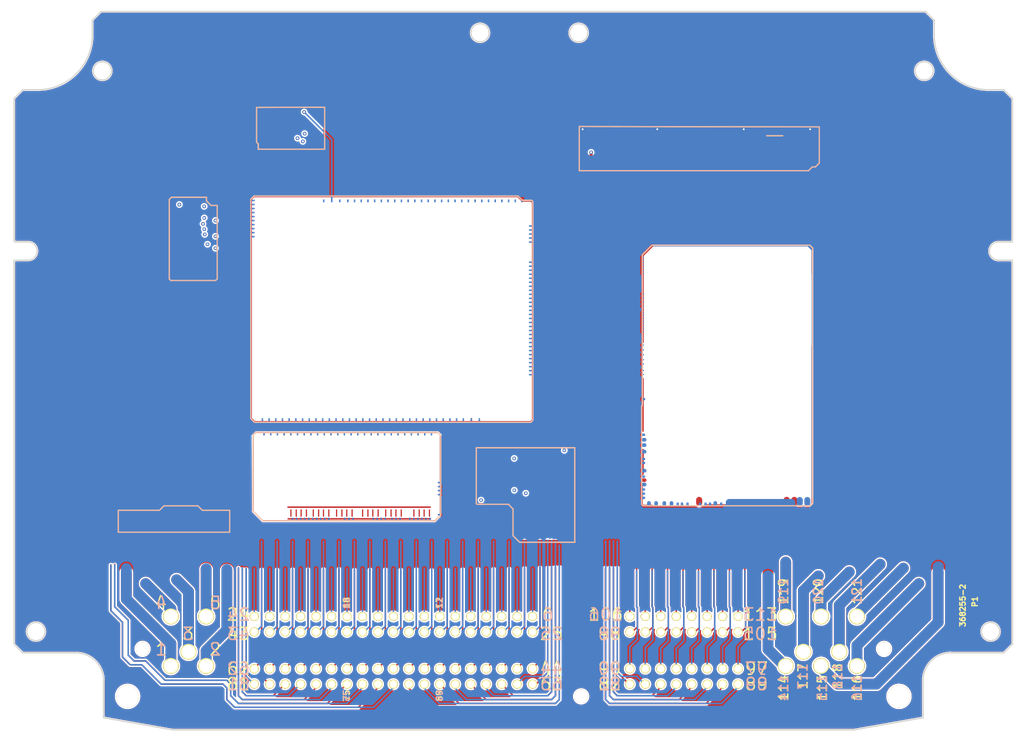
<source format=kicad_pcb>
(kicad_pcb (version 20210126) (generator pcbnew)
  (title_block (title "Hellen121vag") (date "2021-02-02") (rev "a") (company "andreika @ rusEFI.com"))
  (layers (0 "F.Cu" signal) (31 "B.Cu" signal) (34 "B.Paste" user) (35 "F.Paste" user) (36 "B.SilkS" user "B.Silkscreen") (37 "F.SilkS" user "F.Silkscreen") (38 "B.Mask" user) (39 "F.Mask" user) (44 "Edge.Cuts" user))
  (net 0 "")
  (net 1 "+5V")
  (net 2 "/CAN_VIO")
  (net 3 "/CAN_TX")
  (net 4 "+12V")
  (net 7 "+3V3")
  (net 8 "/IGN8")
  (net 9 "GND")
  (net 10 "unconnected-(P1-Pad121)")
  (net 11 "unconnected-(P1-Pad120)")
  (net 12 "unconnected-(P1-Pad119)")
  (net 13 "unconnected-(P1-Pad118)")
  (net 14 "unconnected-(P1-Pad117)")
  (net 15 "unconnected-(P1-Pad116)")
  (net 16 "unconnected-(P1-Pad115)")
  (net 17 "unconnected-(P1-Pad114)")
  (net 18 "unconnected-(P1-Pad113)")
  (net 19 "unconnected-(P1-Pad112)")
  (net 20 "unconnected-(P1-Pad111)")
  (net 21 "unconnected-(P1-Pad110)")
  (net 22 "unconnected-(P1-Pad109)")
  (net 23 "unconnected-(P1-Pad108)")
  (net 24 "unconnected-(P1-Pad107)")
  (net 25 "unconnected-(P1-Pad106)")
  (net 26 "unconnected-(P1-Pad105)")
  (net 27 "unconnected-(P1-Pad104)")
  (net 28 "unconnected-(P1-Pad103)")
  (net 29 "unconnected-(P1-Pad102)")
  (net 30 "unconnected-(P1-Pad101)")
  (net 31 "unconnected-(P1-Pad100)")
  (net 32 "unconnected-(P1-Pad99)")
  (net 33 "unconnected-(P1-Pad98)")
  (net 34 "unconnected-(P1-Pad97)")
  (net 35 "unconnected-(P1-Pad96)")
  (net 36 "unconnected-(P1-Pad95)")
  (net 37 "unconnected-(P1-Pad94)")
  (net 38 "unconnected-(P1-Pad93)")
  (net 39 "unconnected-(P1-Pad92)")
  (net 40 "unconnected-(P1-Pad91)")
  (net 41 "unconnected-(P1-Pad90)")
  (net 42 "unconnected-(P1-Pad89)")
  (net 43 "unconnected-(P1-Pad88)")
  (net 44 "unconnected-(P1-Pad87)")
  (net 45 "unconnected-(P1-Pad86)")
  (net 46 "unconnected-(P1-Pad85)")
  (net 47 "unconnected-(P1-Pad84)")
  (net 48 "unconnected-(P1-Pad83)")
  (net 49 "unconnected-(P1-Pad82)")
  (net 50 "unconnected-(P1-Pad81)")
  (net 51 "unconnected-(P1-Pad80)")
  (net 52 "unconnected-(P1-Pad79)")
  (net 53 "unconnected-(P1-Pad78)")
  (net 54 "unconnected-(P1-Pad77)")
  (net 55 "unconnected-(P1-Pad76)")
  (net 56 "unconnected-(P1-Pad75)")
  (net 57 "unconnected-(P1-Pad74)")
  (net 58 "unconnected-(P1-Pad73)")
  (net 59 "unconnected-(P1-Pad72)")
  (net 60 "unconnected-(P1-Pad71)")
  (net 61 "unconnected-(P1-Pad70)")
  (net 62 "unconnected-(P1-Pad69)")
  (net 63 "unconnected-(P1-Pad68)")
  (net 64 "unconnected-(P1-Pad67)")
  (net 65 "unconnected-(P1-Pad66)")
  (net 66 "unconnected-(P1-Pad65)")
  (net 67 "unconnected-(P1-Pad64)")
  (net 68 "unconnected-(P1-Pad63)")
  (net 69 "unconnected-(P1-Pad62)")
  (net 70 "unconnected-(P1-Pad61)")
  (net 71 "unconnected-(P1-Pad60)")
  (net 72 "unconnected-(P1-Pad59)")
  (net 73 "unconnected-(P1-Pad58)")
  (net 74 "unconnected-(P1-Pad57)")
  (net 75 "unconnected-(P1-Pad56)")
  (net 76 "unconnected-(P1-Pad55)")
  (net 77 "unconnected-(P1-Pad54)")
  (net 78 "unconnected-(P1-Pad53)")
  (net 79 "unconnected-(P1-Pad52)")
  (net 80 "unconnected-(P1-Pad51)")
  (net 81 "unconnected-(P1-Pad50)")
  (net 82 "unconnected-(P1-Pad49)")
  (net 83 "unconnected-(P1-Pad48)")
  (net 84 "unconnected-(P1-Pad47)")
  (net 85 "unconnected-(P1-Pad46)")
  (net 86 "unconnected-(P1-Pad45)")
  (net 87 "unconnected-(P1-Pad44)")
  (net 88 "unconnected-(P1-Pad43)")
  (net 89 "unconnected-(P1-Pad42)")
  (net 90 "unconnected-(P1-Pad41)")
  (net 91 "unconnected-(P1-Pad40)")
  (net 92 "unconnected-(P1-Pad39)")
  (net 93 "unconnected-(P1-Pad38)")
  (net 94 "unconnected-(P1-Pad37)")
  (net 95 "unconnected-(P1-Pad36)")
  (net 96 "unconnected-(P1-Pad35)")
  (net 97 "unconnected-(P1-Pad34)")
  (net 98 "unconnected-(P1-Pad33)")
  (net 99 "unconnected-(P1-Pad32)")
  (net 100 "unconnected-(P1-Pad31)")
  (net 101 "unconnected-(P1-Pad30)")
  (net 102 "unconnected-(P1-Pad29)")
  (net 103 "unconnected-(P1-Pad28)")
  (net 104 "unconnected-(P1-Pad27)")
  (net 105 "unconnected-(P1-Pad26)")
  (net 106 "unconnected-(P1-Pad25)")
  (net 107 "unconnected-(P1-Pad24)")
  (net 108 "unconnected-(P1-Pad23)")
  (net 109 "unconnected-(P1-Pad22)")
  (net 110 "unconnected-(P1-Pad21)")
  (net 111 "unconnected-(P1-Pad20)")
  (net 112 "unconnected-(P1-Pad19)")
  (net 113 "unconnected-(P1-Pad18)")
  (net 114 "unconnected-(P1-Pad17)")
  (net 115 "unconnected-(P1-Pad16)")
  (net 116 "unconnected-(P1-Pad15)")
  (net 117 "unconnected-(P1-Pad14)")
  (net 118 "unconnected-(P1-Pad13)")
  (net 119 "unconnected-(P1-Pad12)")
  (net 120 "unconnected-(P1-Pad11)")
  (net 121 "unconnected-(P1-Pad10)")
  (net 122 "unconnected-(P1-Pad9)")
  (net 123 "unconnected-(P1-Pad8)")
  (net 124 "unconnected-(P1-Pad7)")
  (net 125 "unconnected-(P1-Pad6)")
  (net 126 "unconnected-(P1-Pad5)")
  (net 127 "unconnected-(P1-Pad4)")
  (net 128 "unconnected-(P1-Pad3)")
  (net 129 "unconnected-(P1-Pad2)")
  (net 130 "unconnected-(P1-Pad1)")
  (net 131 "/IGN1")
  (net 132 "/IGN7")
  (net 133 "/IGN6")
  (net 134 "/IGN3")
  (net 135 "/IGN2")
  (net 136 "GNDA")
  (net 137 "/VIGN")
  (net 138 "/VBAT")
  (net 139 "/IGN4")
  (net 140 "/IGN5")
  (net 375 "/CAN_RX")
  (footprint "hellen121vag:368255-2" (layer "F.Cu") (at 60.198 32.893)
    (fp_text reference "P1")
    (fp_text value "368255-2")
  )
  (footprint "hellen-one-mcu-0.1:mcu" (layer "F.Cu") (at 84.5 59.95)
    (fp_text reference "M3" hide)
    (fp_text value "Module-mcu-0.1" hide)
  )
  (footprint "hellen-one-can-0.1:can" (layer "F.Cu") (at 85.425 15.1)
    (fp_text reference "M1" hide)
    (fp_text value "Module-can-0.1" hide)
  )
  (footprint "hellen-one-ign8-0.1:ign8" (layer "F.Cu") (at 71.175 36.675)
    (fp_text reference "M7" hide)
    (fp_text value "Module-ign8-0.1" hide)
  )
  (footprint "hellen-one-input-0.1:input" (layer "F.Cu") (at 84.875 76.125)
    (fp_text reference "M4" hide)
    (fp_text value "Module-input-0.1" hide)
  )
  (footprint "hellen-one-output-0.1:output" (layer "F.Cu") (at 148.7 73.7)
    (fp_text reference "M6" hide)
    (fp_text value "Module-output-0.1" hide)
  )
  (footprint "hellen-one-knock-0.1:knock" (layer "F.Cu") (at 62.725 78)
    (fp_text reference "M5" hide)
    (fp_text value "Module-knock-0.1" hide)
  )
  (footprint "hellen-one-power5-0.1:power5" (layer "F.Cu") (at 138.45 18.625)
    (fp_text reference "M2" hide)
    (fp_text value "Module-power5-0.1" hide)
  )
  (footprint "hellen-one-power12-0.1:power12" (layer "F.Cu") (at 121.525 79.675)
    (fp_text reference "M8" hide)
    (fp_text value "Module-power12-0.1" hide)
  )
  (gr_line (start 183.6548 110.388001) (end 194.9948 108.388001) (layer "Edge.Cuts") (width 0.2))
  (gr_line (start 58.5548 -3.751999) (end 58.5548 -6.197786) (layer "Edge.Cuts") (width 0.2))
  (gr_arc (start 47.995 31.734706) (end 47.995 33.231411) (angle -180) (layer "Edge.Cuts") (width 0.2))
  (gr_arc (start 205.8348 -3.752) (end 196.8348 -3.752) (angle -90) (layer "Edge.Cuts") (width 0.2))
  (gr_line (start 60.3948 108.388001) (end 60.3948 102.18) (layer "Edge.Cuts") (width 0.2))
  (gr_arc (start 55.847888 102.290536) (end 60.399287 102.178538) (angle -88) (layer "Edge.Cuts") (width 0.2))
  (gr_circle (center 49.2948 94.238001) (end 47.7948 94.238001) (layer "Edge.Cuts") (width 0.2) (fill none))
  (gr_line (start 207.3948 30.238) (end 209.6948 30.238) (layer "Edge.Cuts") (width 0.2))
  (gr_arc (start 199.582 102.2992) (end 199.582 97.72) (angle -90) (layer "Edge.Cuts") (width 0.2))
  (gr_line (start 45.6948 96.323787) (end 45.6948 33.238) (layer "Edge.Cuts") (width 0.2))
  (gr_line (start 49.5548 5.248001) (end 47.109014 5.248001) (layer "Edge.Cuts") (width 0.2))
  (gr_line (start 195.420587 -7.612) (end 59.969014 -7.611999) (layer "Edge.Cuts") (width 0.2))
  (gr_line (start 208.280587 97.738001) (end 199.582 97.738001) (layer "Edge.Cuts") (width 0.2))
  (gr_circle (center 206.0948 94.238001) (end 204.5948 94.238001) (layer "Edge.Cuts") (width 0.2) (fill none))
  (gr_line (start 47.9948 33.238001) (end 45.6948 33.238001) (layer "Edge.Cuts") (width 0.2))
  (gr_line (start 195.01 108.388001) (end 194.9948 102.3) (layer "Edge.Cuts") (width 0.2))
  (gr_circle (center 122.2348 -4.112) (end 120.734801 -4.112) (layer "Edge.Cuts") (width 0.2) (fill none))
  (gr_line (start 183.6548 110.388001) (end 71.7348 110.388001) (layer "Edge.Cuts") (width 0.2))
  (gr_line (start 209.6948 96.323787) (end 209.6948 33.238) (layer "Edge.Cuts") (width 0.2))
  (gr_line (start 58.5548 -6.197786) (end 59.969014 -7.611999) (layer "Edge.Cuts") (width 0.2))
  (gr_line (start 209.6948 30.238) (end 209.6948 6.662214) (layer "Edge.Cuts") (width 0.2))
  (gr_line (start 196.8348 -6.197786) (end 195.420587 -7.611999) (layer "Edge.Cuts") (width 0.2))
  (gr_line (start 47.9948 30.238001) (end 45.6948 30.238001) (layer "Edge.Cuts") (width 0.2))
  (gr_line (start 71.7348 110.388001) (end 60.3948 108.388001) (layer "Edge.Cuts") (width 0.2))
  (gr_line (start 209.694801 6.662214) (end 208.280587 5.248) (layer "Edge.Cuts") (width 0.2))
  (gr_circle (center 195.1948 2.142821) (end 193.6948 2.142821) (layer "Edge.Cuts") (width 0.2) (fill none))
  (gr_circle (center 60.1948 2.142821) (end 58.6948 2.142821) (layer "Edge.Cuts") (width 0.2) (fill none))
  (gr_line (start 205.8348 5.248) (end 208.280587 5.248) (layer "Edge.Cuts") (width 0.2))
  (gr_circle (center 138.4348 -4.112) (end 136.9348 -4.112) (layer "Edge.Cuts") (width 0.2) (fill none))
  (gr_line (start 207.3948 33.238) (end 209.6948 33.238) (layer "Edge.Cuts") (width 0.2))
  (gr_line (start 209.6948 96.323787) (end 208.280587 97.738) (layer "Edge.Cuts") (width 0.2))
  (gr_arc (start 49.5548 -3.751999) (end 49.5548 5.248001) (angle -90) (layer "Edge.Cuts") (width 0.2))
  (gr_line (start 45.6948 6.662214) (end 47.109014 5.248001) (layer "Edge.Cuts") (width 0.2))
  (gr_line (start 196.8348 -3.752) (end 196.8348 -6.197786) (layer "Edge.Cuts") (width 0.2))
  (gr_arc (start 207.3948 31.741295) (end 207.3948 30.24459) (angle -180) (layer "Edge.Cuts") (width 0.2))
  (gr_line (start 45.6948 30.238) (end 45.6948 6.662214) (layer "Edge.Cuts") (width 0.2))
  (gr_line (start 45.6948 96.323787) (end 47.109014 97.738) (layer "Edge.Cuts") (width 0.2))
  (gr_line (start 47.109014 97.738001) (end 55.8948 97.738001) (layer "Edge.Cuts") (width 0.2))
  (gr_text "119" (at 172.085 87.63 90) (layer "B.SilkS") (effects (font (size 1.5 1.5) (thickness 0.25)) (justify mirror)))
  (gr_text "121" (at 184.15 87.63 90) (layer "B.SilkS") (effects (font (size 1.5 1.5) (thickness 0.25)) (justify mirror)))
  (gr_text "116" (at 184.15 103.505 90) (layer "B.SilkS") (effects (font (size 1.5 1.5) (thickness 0.25)) (justify mirror)))
  (gr_text "115" (at 178.435 103.505 90) (layer "B.SilkS") (effects (font (size 1.5 1.5) (thickness 0.25)) (justify mirror)))
  (gr_text "118" (at 180.975 101.6 90) (layer "B.SilkS") (effects (font (size 1.5 1.5) (thickness 0.25)) (justify mirror)))
  (gr_text "120" (at 177.8 87.63 90) (layer "B.SilkS") (effects (font (size 1.5 1.5) (thickness 0.25)) (justify mirror)))
  (gr_text "117" (at 175.26 101.6 90) (layer "B.SilkS") (effects (font (size 1.5 1.5) (thickness 0.25)) (justify mirror)))
  (gr_text "114" (at 172.085 103.505 90) (layer "B.SilkS") (effects (font (size 1.5 1.5) (thickness 0.25)) (justify mirror)))
  (gr_text "89" (at 167.64 102.87) (layer "B.SilkS") (effects (font (size 2 2) (thickness 0.25)) (justify mirror)))
  (gr_text "97" (at 167.64 100.33) (layer "B.SilkS") (effects (font (size 2 2) (thickness 0.25)) (justify mirror)))
  (gr_text "105" (at 168.275 94.615) (layer "B.SilkS") (effects (font (size 2 2) (thickness 0.25)) (justify mirror)))
  (gr_text "113" (at 168.275 91.44) (layer "B.SilkS") (effects (font (size 2 2) (thickness 0.25)) (justify mirror)))
  (gr_text "82" (at 143.51 102.87) (layer "B.SilkS") (effects (font (size 2 2) (thickness 0.25)) (justify mirror)))
  (gr_text "90" (at 143.51 100.33) (layer "B.SilkS") (effects (font (size 2 2) (thickness 0.25)) (justify mirror)))
  (gr_text "98" (at 143.51 94.615) (layer "B.SilkS") (effects (font (size 2 2) (thickness 0.25)) (justify mirror)))
  (gr_text "106" (at 142.875 91.44) (layer "B.SilkS") (effects (font (size 2 2) (thickness 0.25)) (justify mirror)))
  (gr_text "63" (at 133.985 102.87) (layer "B.SilkS") (effects (font (size 2 2) (thickness 0.25)) (justify mirror)))
  (gr_text "44" (at 133.985 100.33) (layer "B.SilkS") (effects (font (size 2 2) (thickness 0.25)) (justify mirror)))
  (gr_text "25" (at 133.985 94.615) (layer "B.SilkS") (effects (font (size 2 2) (thickness 0.25)) (justify mirror)))
  (gr_text "6" (at 133.35 91.44) (layer "B.SilkS") (effects (font (size 2 2) (thickness 0.25)) (justify mirror)))
  (gr_text "5" (at 78.74 89.535) (layer "B.SilkS") (effects (font (size 2 2) (thickness 0.25)) (justify mirror)))
  (gr_text "4" (at 69.85 89.535) (layer "B.SilkS") (effects (font (size 2 2) (thickness 0.25)) (justify mirror)))
  (gr_text "3" (at 74.295 94.615) (layer "B.SilkS") (effects (font (size 2 2) (thickness 0.25)) (justify mirror)))
  (gr_text "2" (at 78.74 97.155) (layer "B.SilkS") (effects (font (size 2 2) (thickness 0.25)) (justify mirror)))
  (gr_text "1" (at 69.85 97.155) (layer "B.SilkS") (effects (font (size 2 2) (thickness 0.25)) (justify mirror)))
  (gr_text "81" (at 82.55 102.87) (layer "B.SilkS") (effects (font (size 2 2) (thickness 0.25)) (justify mirror)))
  (gr_text "62" (at 82.55 100.33) (layer "B.SilkS") (effects (font (size 2 2) (thickness 0.25)) (justify mirror)))
  (gr_text "43" (at 82.55 94.615) (layer "B.SilkS") (effects (font (size 2 2) (thickness 0.25)) (justify mirror)))
  (gr_text "24" (at 82.55 91.44) (layer "B.SilkS") (effects (font (size 2 2) (thickness 0.25)) (justify mirror)))
  (gr_text "69" (at 115.57 104.775 90) (layer "B.SilkS") (effects (font (size 1 1) (thickness 0.2)) (justify mirror)))
  (gr_text "12" (at 115.57 89.535 90) (layer "B.SilkS") (effects (font (size 1 1) (thickness 0.2)) (justify mirror)))
  (gr_text "18" (at 100.33 89.535 90) (layer "B.SilkS") (effects (font (size 1 1) (thickness 0.2)) (justify mirror)))
  (gr_text "75" (at 100.33 104.775 90) (layer "B.SilkS") (effects (font (size 1 1) (thickness 0.2)) (justify mirror)))
  (gr_text "106" (at 142.875 91.44) (layer "F.SilkS") (effects (font (size 2 2) (thickness 0.25))))
  (gr_text "4" (at 69.85 89.535) (layer "F.SilkS") (effects (font (size 2 2) (thickness 0.25))))
  (gr_text "5" (at 78.74 89.535) (layer "F.SilkS") (effects (font (size 2 2) (thickness 0.25))))
  (gr_text "2" (at 78.74 97.155) (layer "F.SilkS") (effects (font (size 2 2) (thickness 0.25))))
  (gr_text "117" (at 175.26 101.6 90) (layer "F.SilkS") (effects (font (size 1.5 1.5) (thickness 0.25))))
  (gr_text "121" (at 184.15 87.63 90) (layer "F.SilkS") (effects (font (size 1.5 1.5) (thickness 0.25))))
  (gr_text "75" (at 100.33 104.775 90) (layer "F.SilkS") (effects (font (size 1 1) (thickness 0.2))))
  (gr_text "69" (at 115.57 104.775 90) (layer "F.SilkS") (effects (font (size 1 1) (thickness 0.2))))
  (gr_text "25" (at 133.985 94.615) (layer "F.SilkS") (effects (font (size 2 2) (thickness 0.25))))
  (gr_text "115" (at 178.435 103.505 90) (layer "F.SilkS") (effects (font (size 1.5 1.5) (thickness 0.25))))
  (gr_text "43" (at 82.55 94.615) (layer "F.SilkS") (effects (font (size 2 2) (thickness 0.25))))
  (gr_text "18" (at 100.33 89.535 90) (layer "F.SilkS") (effects (font (size 1 1) (thickness 0.2))))
  (gr_text "97" (at 167.64 100.33) (layer "F.SilkS") (effects (font (size 2 2) (thickness 0.25))))
  (gr_text "24" (at 82.55 91.44) (layer "F.SilkS") (effects (font (size 2 2) (thickness 0.25))))
  (gr_text "98" (at 143.51 94.615) (layer "F.SilkS") (effects (font (size 2 2) (thickness 0.25))))
  (gr_text "118" (at 180.975 101.6 90) (layer "F.SilkS") (effects (font (size 1.5 1.5) (thickness 0.25))))
  (gr_text "1" (at 69.85 97.155) (layer "F.SilkS") (effects (font (size 2 2) (thickness 0.25))))
  (gr_text "81" (at 82.55 102.87) (layer "F.SilkS") (effects (font (size 2 2) (thickness 0.25))))
  (gr_text "119" (at 172.085 87.63 90) (layer "F.SilkS") (effects (font (size 1.5 1.5) (thickness 0.25))))
  (gr_text "44" (at 133.985 100.33) (layer "F.SilkS") (effects (font (size 2 2) (thickness 0.25))))
  (gr_text "82" (at 143.51 102.87) (layer "F.SilkS") (effects (font (size 2 2) (thickness 0.25))))
  (gr_text "3" (at 74.295 94.615) (layer "F.SilkS") (effects (font (size 2 2) (thickness 0.25))))
  (gr_text "89" (at 167.64 102.87) (layer "F.SilkS") (effects (font (size 2 2) (thickness 0.25))))
  (gr_text "63" (at 133.985 102.87) (layer "F.SilkS") (effects (font (size 2 2) (thickness 0.25))))
  (gr_text "114" (at 172.085 103.505 90) (layer "F.SilkS") (effects (font (size 1.5 1.5) (thickness 0.25))))
  (gr_text "120" (at 177.8 87.63 90) (layer "F.SilkS") (effects (font (size 1.5 1.5) (thickness 0.25))))
  (gr_text "6" (at 133.35 91.44) (layer "F.SilkS") (effects (font (size 2 2) (thickness 0.25))))
  (gr_text "90" (at 143.51 100.33) (layer "F.SilkS") (effects (font (size 2 2) (thickness 0.25))))
  (gr_text "113" (at 168.275 91.44) (layer "F.SilkS") (effects (font (size 2 2) (thickness 0.25))))
  (gr_text "62" (at 82.55 100.33) (layer "F.SilkS") (effects (font (size 2 2) (thickness 0.25))))
  (gr_text "105" (at 168.275 94.615) (layer "F.SilkS") (effects (font (size 2 2) (thickness 0.25))))
  (gr_text "116" (at 184.15 103.505 90) (layer "F.SilkS") (effects (font (size 1.5 1.5) (thickness 0.25))))
  (gr_text "12" (at 115.57 89.535 90) (layer "F.SilkS") (effects (font (size 1 1) (thickness 0.2))))
  (segment (start 184.148 91.442) (end 191.77 83.82) (width 1.778) (layer "F.Cu") (net 10))
  (segment (start 184.148 91.753) (end 184.148 91.442) (width 1.778) (layer "F.Cu") (net 10))
  (segment (start 184.148 91.442) (end 191.77 83.82) (width 1.778) (layer "B.Cu") (net 10))
  (segment (start 184.148 91.753) (end 184.148 91.442) (width 1.778) (layer "B.Cu") (net 10))
  (segment (start 178.248 89.087) (end 182.88 84.455) (width 1.778) (layer "F.Cu") (net 11))
  (segment (start 178.248 91.753) (end 178.248 89.087) (width 1.778) (layer "F.Cu") (net 11))
  (segment (start 178.248 89.087) (end 182.88 84.455) (width 1.778) (layer "B.Cu") (net 11))
  (segment (start 178.248 91.753) (end 178.248 89.087) (width 1.778) (layer "B.Cu") (net 11))
  (segment (start 172.448 91.753) (end 172.448 82.822) (width 1.778) (layer "F.Cu") (net 12))
  (segment (start 172.448 91.753) (end 172.448 82.822) (width 1.778) (layer "B.Cu") (net 12))
  (segment (start 181.248 89.897) (end 187.96 83.185) (width 1.778) (layer "F.Cu") (net 13))
  (segment (start 181.248 97.553) (end 181.248 89.897) (width 1.778) (layer "F.Cu") (net 13))
  (segment (start 181.248 89.897) (end 187.96 83.185) (width 1.778) (layer "B.Cu") (net 13))
  (segment (start 181.248 97.553) (end 181.248 89.897) (width 1.778) (layer "B.Cu") (net 13))
  (segment (start 175.348 87.542) (end 177.8 85.09) (width 1.778) (layer "F.Cu") (net 14))
  (segment (start 175.348 97.553) (end 175.348 87.542) (width 1.778) (layer "F.Cu") (net 14))
  (segment (start 175.348 87.542) (end 177.8 85.09) (width 1.778) (layer "B.Cu") (net 14))
  (segment (start 175.348 97.553) (end 175.348 87.542) (width 1.778) (layer "B.Cu") (net 14))
  (segment (start 184.148 96.522) (end 194.31 86.36) (width 1.778) (layer "F.Cu") (net 15))
  (segment (start 184.148 99.883) (end 184.148 96.522) (width 1.778) (layer "F.Cu") (net 15))
  (segment (start 184.148 96.522) (end 194.31 86.36) (width 1.778) (layer "B.Cu") (net 15))
  (segment (start 184.148 99.883) (end 184.148 96.522) (width 1.778) (layer "B.Cu") (net 15))
  (segment (start 178.248 99.883) (end 178.248 100.143) (width 1.778) (layer "F.Cu") (net 16))
  (segment (start 178.248 100.143) (end 180.975 102.87) (width 1.778) (layer "F.Cu") (net 16))
  (segment (start 180.975 102.87) (end 187.325 102.87) (width 1.778) (layer "F.Cu") (net 16))
  (segment (start 197.485 84.615) (end 197.5 84.6) (width 1.778) (layer "F.Cu") (net 16))
  (segment (start 187.325 102.87) (end 197.485 92.71) (width 1.778) (layer "F.Cu") (net 16))
  (segment (start 197.485 92.71) (end 197.485 84.615) (width 1.778) (layer "F.Cu") (net 16))
  (segment (start 187.325 102.87) (end 197.485 92.71) (width 1.778) (layer "B.Cu") (net 16))
  (segment (start 180.975 102.87) (end 187.325 102.87) (width 1.778) (layer "B.Cu") (net 16))
  (segment (start 178.248 100.143) (end 180.975 102.87) (width 1.778) (layer "B.Cu") (net 16))
  (segment (start 197.485 83.615) (end 197.525 83.575) (width 1.778) (layer "B.Cu") (net 16))
  (segment (start 178.248 99.883) (end 178.248 100.143) (width 1.778) (layer "B.Cu") (net 16))
  (segment (start 197.485 92.71) (end 197.485 83.615) (width 1.778) (layer "B.Cu") (net 16))
  (segment (start 169.545 97.155) (end 169.545 84.645) (width 1.778) (layer "F.Cu") (net 17))
  (segment (start 172.273 99.883) (end 169.545 97.155) (width 1.778) (layer "F.Cu") (net 17))
  (segment (start 172.448 99.883) (end 172.273 99.883) (width 1.778) (layer "F.Cu") (net 17))
  (segment (start 172.448 99.883) (end 172.273 99.883) (width 1.778) (layer "B.Cu") (net 17))
  (segment (start 169.545 85.12) (end 169.525 85.1) (width 1.778) (layer "B.Cu") (net 17))
  (segment (start 172.273 99.883) (end 169.545 97.155) (width 1.778) (layer "B.Cu") (net 17))
  (segment (start 169.545 97.155) (end 169.545 85.12) (width 1.778) (layer "B.Cu") (net 17))
  (segment (start 164.618 91.753) (end 164.618 83.973) (width 0.254) (layer "F.Cu") (net 18))
  (segment (start 162.078 91.753) (end 162.078 83.973) (width 0.254) (layer "F.Cu") (net 19))
  (segment (start 159.538 91.753) (end 159.538 83.973) (width 0.254) (layer "F.Cu") (net 20))
  (segment (start 156.998 91.753) (end 156.998 83.973) (width 0.254) (layer "F.Cu") (net 21))
  (segment (start 154.458 91.753) (end 154.458 83.973) (width 0.254) (layer "F.Cu") (net 22))
  (segment (start 151.918 91.753) (end 151.918 83.973) (width 0.254) (layer "F.Cu") (net 23))
  (segment (start 149.378 91.753) (end 149.378 83.973) (width 0.254) (layer "F.Cu") (net 24))
  (segment (start 146.838 91.753) (end 146.838 83.973) (width 0.254) (layer "F.Cu") (net 25))
  (segment (start 164.618 94.293) (end 165.168 94.293) (width 0.254) (layer "F.Cu") (net 26))
  (segment (start 165.862 93.599) (end 165.862 90.297) (width 0.254) (layer "F.Cu") (net 26))
  (segment (start 165.735 90.17) (end 165.735 83.965) (width 0.254) (layer "F.Cu") (net 26))
  (segment (start 165.862 90.297) (end 165.735 90.17) (width 0.254) (layer "F.Cu") (net 26))
  (segment (start 165.735 83.965) (end 165.75 83.95) (width 0.254) (layer "F.Cu") (net 26))
  (segment (start 165.168 94.293) (end 165.862 93.599) (width 0.254) (layer "F.Cu") (net 26))
  (segment (start 163.322 93.472) (end 163.322 90.297) (width 0.254) (layer "F.Cu") (net 27))
  (segment (start 163.195 90.17) (end 163.195 84.005) (width 0.254) (layer "F.Cu") (net 27))
  (segment (start 162.078 94.293) (end 162.501 94.293) (width 0.254) (layer "F.Cu") (net 27))
  (segment (start 163.195 84.005) (end 163.225 83.975) (width 0.254) (layer "F.Cu") (net 27))
  (segment (start 163.322 90.297) (end 163.195 90.17) (width 0.254) (layer "F.Cu") (net 27))
  (segment (start 162.501 94.293) (end 163.322 93.472) (width 0.254) (layer "F.Cu") (net 27))
  (segment (start 160.655 90.17) (end 160.655 83.95) (width 0.254) (layer "F.Cu") (net 28))
  (segment (start 160.088 94.293) (end 160.782 93.599) (width 0.254) (layer "F.Cu") (net 28))
  (segment (start 160.782 93.599) (end 160.782 90.297) (width 0.254) (layer "F.Cu") (net 28))
  (segment (start 159.538 94.293) (end 160.088 94.293) (width 0.254) (layer "F.Cu") (net 28))
  (segment (start 160.782 90.297) (end 160.655 90.17) (width 0.254) (layer "F.Cu") (net 28))
  (segment (start 158.242 90.297) (end 158.115 90.17) (width 0.254) (layer "F.Cu") (net 29))
  (segment (start 158.115 90.17) (end 158.115 83.965) (width 0.254) (layer "F.Cu") (net 29))
  (segment (start 157.548 94.293) (end 158.242 93.599) (width 0.254) (layer "F.Cu") (net 29))
  (segment (start 158.242 93.599) (end 158.242 90.297) (width 0.254) (layer "F.Cu") (net 29))
  (segment (start 158.115 83.965) (end 158.1 83.95) (width 0.254) (layer "F.Cu") (net 29))
  (segment (start 156.998 94.293) (end 157.548 94.293) (width 0.254) (layer "F.Cu") (net 29))
  (segment (start 154.458 94.293) (end 154.881 94.293) (width 0.254) (layer "F.Cu") (net 30))
  (segment (start 155.702 90.297) (end 155.575 90.17) (width 0.254) (layer "F.Cu") (net 30))
  (segment (start 154.881 94.293) (end 155.702 93.472) (width 0.254) (layer "F.Cu") (net 30))
  (segment (start 155.702 93.472) (end 155.702 90.297) (width 0.254) (layer "F.Cu") (net 30))
  (segment (start 155.575 90.17) (end 155.575 83.95) (width 0.254) (layer "F.Cu") (net 30))
  (segment (start 155.575 83.95) (end 155.6 83.925) (width 0.254) (layer "F.Cu") (net 30))
  (segment (start 153.162 90.297) (end 153.035 90.17) (width 0.254) (layer "F.Cu") (net 31))
  (segment (start 151.918 94.293) (end 152.341 94.293) (width 0.254) (layer "F.Cu") (net 31))
  (segment (start 153.035 90.17) (end 153.035 83.94) (width 0.254) (layer "F.Cu") (net 31))
  (segment (start 152.341 94.293) (end 153.162 93.472) (width 0.254) (layer "F.Cu") (net 31))
  (segment (start 153.162 93.472) (end 153.162 90.297) (width 0.254) (layer "F.Cu") (net 31))
  (segment (start 150.622 93.472) (end 150.622 90.297) (width 0.254) (layer "F.Cu") (net 32))
  (segment (start 149.378 94.293) (end 149.801 94.293) (width 0.254) (layer "F.Cu") (net 32))
  (segment (start 150.495 90.17) (end 150.495 83.955) (width 0.254) (layer "F.Cu") (net 32))
  (segment (start 150.495 83.955) (end 150.5 83.95) (width 0.254) (layer "F.Cu") (net 32))
  (segment (start 150.622 90.297) (end 150.495 90.17) (width 0.254) (layer "F.Cu") (net 32))
  (segment (start 149.801 94.293) (end 150.622 93.472) (width 0.254) (layer "F.Cu") (net 32))
  (segment (start 148.082 93.472) (end 147.261 94.293) (width 0.254) (layer "F.Cu") (net 33))
  (segment (start 147.261 94.293) (end 146.838 94.293) (width 0.254) (layer "F.Cu") (net 33))
  (segment (start 148.082 90.297) (end 148.082 93.472) (width 0.254) (layer "F.Cu") (net 33))
  (segment (start 147.955 90.17) (end 148.082 90.297) (width 0.254) (layer "F.Cu") (net 33))
  (segment (start 147.955 83.88) (end 147.955 90.17) (width 0.254) (layer "F.Cu") (net 33))
  (segment (start 147.95 83.875) (end 147.955 83.88) (width 0.254) (layer "F.Cu") (net 33))
  (segment (start 165.735 90.17) (end 165.862 90.297) (width 0.254) (layer "B.Cu") (net 34))
  (segment (start 165.735 84.25) (end 165.735 90.17) (width 0.254) (layer "B.Cu") (net 34))
  (segment (start 165.862 90.297) (end 165.862 95.504) (width 0.254) (layer "B.Cu") (net 34))
  (segment (start 164.618 96.748) (end 164.618 100.343) (width 0.254) (layer "B.Cu") (net 34))
  (segment (start 165.862 95.504) (end 164.618 96.748) (width 0.254) (layer "B.Cu") (net 34))
  (segment (start 163.195 90.17) (end 163.322 90.297) (width 0.254) (layer "B.Cu") (net 35))
  (segment (start 163.322 90.297) (end 163.322 95.504) (width 0.254) (layer "B.Cu") (net 35))
  (segment (start 163.195 84.325) (end 163.195 90.17) (width 0.254) (layer "B.Cu") (net 35))
  (segment (start 162.078 96.748) (end 162.078 100.343) (width 0.254) (layer "B.Cu") (net 35))
  (segment (start 163.322 95.504) (end 162.078 96.748) (width 0.254) (layer "B.Cu") (net 35))
  (segment (start 160.65 84.275) (end 160.655 84.28) (width 0.254) (layer "B.Cu") (net 36))
  (segment (start 160.782 95.504) (end 159.538 96.748) (width 0.254) (layer "B.Cu") (net 36))
  (segment (start 160.655 90.17) (end 160.782 90.297) (width 0.254) (layer "B.Cu") (net 36))
  (segment (start 160.782 90.297) (end 160.782 95.504) (width 0.254) (layer "B.Cu") (net 36))
  (segment (start 159.538 96.748) (end 159.538 100.343) (width 0.254) (layer "B.Cu") (net 36))
  (segment (start 160.655 84.28) (end 160.655 90.17) (width 0.254) (layer "B.Cu") (net 36))
  (segment (start 158.115 90.17) (end 158.242 90.297) (width 0.254) (layer "B.Cu") (net 37))
  (segment (start 158.242 95.758) (end 156.998 97.002) (width 0.254) (layer "B.Cu") (net 37))
  (segment (start 158.115 84.31) (end 158.115 90.17) (width 0.254) (layer "B.Cu") (net 37))
  (segment (start 158.242 90.297) (end 158.242 95.758) (width 0.254) (layer "B.Cu") (net 37))
  (segment (start 156.998 97.002) (end 156.998 100.343) (width 0.254) (layer "B.Cu") (net 37))
  (segment (start 155.702 95.758) (end 154.458 97.002) (width 0.254) (layer "B.Cu") (net 38))
  (segment (start 155.575 90.17) (end 155.702 90.297) (width 0.254) (layer "B.Cu") (net 38))
  (segment (start 155.702 90.297) (end 155.702 95.758) (width 0.254) (layer "B.Cu") (net 38))
  (segment (start 155.575 84.35) (end 155.575 90.17) (width 0.254) (layer "B.Cu") (net 38))
  (segment (start 154.458 97.002) (end 154.458 100.343) (width 0.254) (layer "B.Cu") (net 38))
  (segment (start 153.035 84.25) (end 153.035 90.17) (width 0.254) (layer "B.Cu") (net 39))
  (segment (start 153.162 90.297) (end 153.162 95.758) (width 0.254) (layer "B.Cu") (net 39))
  (segment (start 153.162 95.758) (end 151.918 97.002) (width 0.254) (layer "B.Cu") (net 39))
  (segment (start 151.918 97.002) (end 151.918 100.343) (width 0.254) (layer "B.Cu") (net 39))
  (segment (start 153.035 90.17) (end 153.162 90.297) (width 0.254) (layer "B.Cu") (net 39))
  (segment (start 150.495 84.2) (end 150.495 90.17) (width 0.254) (layer "B.Cu") (net 40))
  (segment (start 149.378 96.875) (end 149.378 100.343) (width 0.254) (layer "B.Cu") (net 40))
  (segment (start 150.495 90.17) (end 150.622 90.297) (width 0.254) (layer "B.Cu") (net 40))
  (segment (start 150.622 90.297) (end 150.622 95.631) (width 0.254) (layer "B.Cu") (net 40))
  (segment (start 150.622 95.631) (end 149.378 96.875) (width 0.254) (layer "B.Cu") (net 40))
  (segment (start 146.838 96.748) (end 146.838 100.343) (width 0.254) (layer "B.Cu") (net 41))
  (segment (start 148.082 90.297) (end 148.082 95.504) (width 0.254) (layer "B.Cu") (net 41))
  (segment (start 148.082 95.504) (end 146.838 96.748) (width 0.254) (layer "B.Cu") (net 41))
  (segment (start 147.955 84.225) (end 147.955 90.17) (width 0.254) (layer "B.Cu") (net 41))
  (segment (start 147.955 90.17) (end 148.082 90.297) (width 0.254) (layer "B.Cu") (net 41))
  (segment (start 164.618 103.352) (end 161.925 106.045) (width 0.254) (layer "B.Cu") (net 42))
  (segment (start 164.618 102.883) (end 164.618 103.352) (width 0.254) (layer "B.Cu") (net 42))
  (segment (start 143.51 106.045) (end 142.875 105.41) (width 0.254) (layer "B.Cu") (net 42))
  (segment (start 161.925 106.045) (end 143.51 106.045) (width 0.254) (layer "B.Cu") (net 42))
  (segment (start 142.875 105.41) (end 142.875 79.425) (width 0.254) (layer "B.Cu") (net 42))
  (segment (start 142.875 79.425) (end 142.85 79.4) (width 0.254) (layer "B.Cu") (net 42))
  (segment (start 162.078 103.352) (end 159.385 106.045) (width 0.254) (layer "F.Cu") (net 43))
  (segment (start 162.078 102.883) (end 162.078 103.352) (width 0.254) (layer "F.Cu") (net 43))
  (segment (start 159.385 106.045) (end 143.51 106.045) (width 0.254) (layer "F.Cu") (net 43))
  (segment (start 142.825 105.36) (end 142.825 83.8) (width 0.254) (layer "F.Cu") (net 43))
  (segment (start 143.51 106.045) (end 142.825 105.36) (width 0.254) (layer "F.Cu") (net 43))
  (segment (start 159.538 102.883) (end 159.538 103.352) (width 0.254) (layer "B.Cu") (net 44))
  (segment (start 143.51 104.775) (end 143.51 79.335) (width 0.254) (layer "B.Cu") (net 44))
  (segment (start 157.48 105.41) (end 144.145 105.41) (width 0.254) (layer "B.Cu") (net 44))
  (segment (start 144.145 105.41) (end 143.51 104.775) (width 0.254) (layer "B.Cu") (net 44))
  (segment (start 159.538 103.352) (end 157.48 105.41) (width 0.254) (layer "B.Cu") (net 44))
  (segment (start 143.51 83.815) (end 143.525 83.8) (width 0.254) (layer "F.Cu") (net 45))
  (segment (start 143.51 104.775) (end 143.51 83.815) (width 0.254) (layer "F.Cu") (net 45))
  (segment (start 154.94 105.41) (end 144.145 105.41) (width 0.254) (layer "F.Cu") (net 45))
  (segment (start 144.145 105.41) (end 143.51 104.775) (width 0.254) (layer "F.Cu") (net 45))
  (segment (start 156.998 102.883) (end 156.998 103.352) (width 0.254) (layer "F.Cu") (net 45))
  (segment (start 156.998 103.352) (end 154.94 105.41) (width 0.254) (layer "F.Cu") (net 45))
  (segment (start 154.458 103.352) (end 153.035 104.775) (width 0.254) (layer "B.Cu") (net 46))
  (segment (start 144.145 104.14) (end 144.145 79.355) (width 0.254) (layer "B.Cu") (net 46))
  (segment (start 154.458 102.883) (end 154.458 103.352) (width 0.254) (layer "B.Cu") (net 46))
  (segment (start 153.035 104.775) (end 144.78 104.775) (width 0.254) (layer "B.Cu") (net 46))
  (segment (start 144.78 104.775) (end 144.145 104.14) (width 0.254) (layer "B.Cu") (net 46))
  (segment (start 144.78 104.775) (end 144.145 104.14) (width 0.254) (layer "F.Cu") (net 47))
  (segment (start 144.145 104.14) (end 144.145 83.845) (width 0.254) (layer "F.Cu") (net 47))
  (segment (start 150.495 104.775) (end 144.78 104.775) (width 0.254) (layer "F.Cu") (net 47))
  (segment (start 151.918 103.352) (end 150.495 104.775) (width 0.254) (layer "F.Cu") (net 47))
  (segment (start 151.918 102.883) (end 151.918 103.352) (width 0.254) (layer "F.Cu") (net 47))
  (segment (start 144.78 100.965) (end 144.78 79.375) (width 0.254) (layer "B.Cu") (net 48))
  (segment (start 149.378 102.883) (end 149.238 102.883) (width 0.254) (layer "B.Cu") (net 48))
  (segment (start 147.955 101.6) (end 145.415 101.6) (width 0.254) (layer "B.Cu") (net 48))
  (segment (start 149.238 102.883) (end 147.955 101.6) (width 0.254) (layer "B.Cu") (net 48))
  (segment (start 145.415 101.6) (end 144.78 100.965) (width 0.254) (layer "B.Cu") (net 48))
  (segment (start 144.78 100.965) (end 144.78 83.82) (width 0.254) (layer "F.Cu") (net 49))
  (segment (start 144.78 83.82) (end 144.8 83.8) (width 0.254) (layer "F.Cu") (net 49))
  (segment (start 146.838 102.883) (end 146.698 102.883) (width 0.254) (layer "F.Cu") (net 49))
  (segment (start 146.698 102.883) (end 144.78 100.965) (width 0.254) (layer "F.Cu") (net 49))
  (segment (start 83.82 101.6) (end 83.82 83.85) (width 0.254) (layer "B.Cu") (net 50))
  (segment (start 85.148 102.883) (end 85.103 102.883) (width 0.254) (layer "B.Cu") (net 50))
  (segment (start 85.103 102.883) (end 83.82 101.6) (width 0.254) (layer "B.Cu") (net 50))
  (segment (start 87.643 102.883) (end 86.36 101.6) (width 0.254) (layer "F.Cu") (net 51))
  (segment (start 87.688 102.883) (end 87.643 102.883) (width 0.254) (layer "F.Cu") (net 51))
  (segment (start 84.455 101.6) (end 83.82 100.965) (width 0.254) (layer "F.Cu") (net 51))
  (segment (start 83.82 100.965) (end 83.82 84.05) (width 0.254) (layer "F.Cu") (net 51))
  (segment (start 86.36 101.6) (end 84.455 101.6) (width 0.254) (layer "F.Cu") (net 51))
  (segment (start 90.228 102.883) (end 90.157 102.883) (width 0.254) (layer "F.Cu") (net 52))
  (segment (start 83.185 84.04) (end 83.2 84.025) (width 0.254) (layer "F.Cu") (net 52))
  (segment (start 83.82 104.775) (end 83.185 104.14) (width 0.254) (layer "F.Cu") (net 52))
  (segment (start 88.265 104.775) (end 83.82 104.775) (width 0.254) (layer "F.Cu") (net 52))
  (segment (start 83.185 104.14) (end 83.185 84.04) (width 0.254) (layer "F.Cu") (net 52))
  (segment (start 90.157 102.883) (end 88.265 104.775) (width 0.254) (layer "F.Cu") (net 52))
  (segment (start 83.82 104.775) (end 83.185 104.14) (width 0.254) (layer "B.Cu") (net 53))
  (segment (start 90.805 104.775) (end 83.82 104.775) (width 0.254) (layer "B.Cu") (net 53))
  (segment (start 83.185 104.14) (end 83.185 83.765) (width 0.254) (layer "B.Cu") (net 53))
  (segment (start 92.768 102.883) (end 92.697 102.883) (width 0.254) (layer "B.Cu") (net 53))
  (segment (start 92.697 102.883) (end 90.805 104.775) (width 0.254) (layer "B.Cu") (net 53))
  (segment (start 82.55 104.775) (end 82.55 104.14) (width 0.254) (layer "F.Cu") (net 54))
  (segment (start 95.308 103.447) (end 93.345 105.41) (width 0.254) (layer "F.Cu") (net 54))
  (segment (start 95.308 102.883) (end 95.308 103.447) (width 0.254) (layer "F.Cu") (net 54))
  (segment (start 83.185 105.41) (end 82.55 104.775) (width 0.254) (layer "F.Cu") (net 54))
  (segment (start 82.55 104.14) (end 82.55 83.825) (width 0.254) (layer "F.Cu") (net 54))
  (segment (start 93.345 105.41) (end 83.185 105.41) (width 0.254) (layer "F.Cu") (net 54))
  (segment (start 97.848 103.447) (end 95.885 105.41) (width 0.254) (layer "B.Cu") (net 55))
  (segment (start 97.848 102.883) (end 97.848 103.447) (width 0.254) (layer "B.Cu") (net 55))
  (segment (start 95.885 105.41) (end 83.185 105.41) (width 0.254) (layer "B.Cu") (net 55))
  (segment (start 82.55 104.775) (end 82.55 83.75) (width 0.254) (layer "B.Cu") (net 55))
  (segment (start 83.185 105.41) (end 82.55 104.775) (width 0.254) (layer "B.Cu") (net 55))
  (segment (start 70.485 102.235) (end 67.31 99.06) (width 0.254) (layer "F.Cu") (net 56))
  (segment (start 81.28 102.87) (end 80.645 102.235) (width 0.254) (layer "F.Cu") (net 56))
  (segment (start 64.4525 92.3925) (end 62.23 90.17) (width 0.254) (layer "F.Cu") (net 56))
  (segment (start 67.31 99.06) (end 65.405 99.06) (width 0.254) (layer "F.Cu") (net 56))
  (segment (start 81.28 104.775) (end 81.28 102.87) (width 0.254) (layer "F.Cu") (net 56))
  (segment (start 80.645 102.235) (end 70.485 102.235) (width 0.254) (layer "F.Cu") (net 56))
  (segment (start 82.55 106.045) (end 81.28 104.775) (width 0.254) (layer "F.Cu") (net 56))
  (segment (start 62.23 83.205) (end 62.225 83.2) (width 0.254) (layer "F.Cu") (net 56))
  (segment (start 100.388 102.883) (end 100.317 102.883) (width 0.254) (layer "F.Cu") (net 56))
  (segment (start 97.155 106.045) (end 82.55 106.045) (width 0.254) (layer "F.Cu") (net 56))
  (segment (start 64.4525 98.1075) (end 64.4525 92.3925) (width 0.254) (layer "F.Cu") (net 56))
  (segment (start 100.317 102.883) (end 97.155 106.045) (width 0.254) (layer "F.Cu") (net 56))
  (segment (start 62.23 90.17) (end 62.23 83.205) (width 0.254) (layer "F.Cu") (net 56))
  (segment (start 65.405 99.06) (end 64.4525 98.1075) (width 0.254) (layer "F.Cu") (net 56))
  (segment (start 82.55 106.045) (end 81.28 104.775) (width 0.254) (layer "B.Cu") (net 57))
  (segment (start 80.645 102.235) (end 70.485 102.235) (width 0.254) (layer "B.Cu") (net 57))
  (segment (start 62.23 90.17) (end 62.23 83.305) (width 0.254) (layer "B.Cu") (net 57))
  (segment (start 100.33 106.045) (end 82.55 106.045) (width 0.254) (layer "B.Cu") (net 57))
  (segment (start 102.928 103.447) (end 100.33 106.045) (width 0.254) (layer "B.Cu") (net 57))
  (segment (start 81.28 102.87) (end 80.645 102.235) (width 0.254) (layer "B.Cu") (net 57))
  (segment (start 67.31 99.06) (end 65.405 99.06) (width 0.254) (layer "B.Cu") (net 57))
  (segment (start 81.28 104.775) (end 81.28 102.87) (width 0.254) (layer "B.Cu") (net 57))
  (segment (start 64.4525 98.1075) (end 64.4525 92.3925) (width 0.254) (layer "B.Cu") (net 57))
  (segment (start 65.405 99.06) (end 64.4525 98.1075) (width 0.254) (layer "B.Cu") (net 57))
  (segment (start 102.928 102.883) (end 102.928 103.447) (width 0.254) (layer "B.Cu") (net 57))
  (segment (start 70.485 102.235) (end 67.31 99.06) (width 0.254) (layer "B.Cu") (net 57))
  (segment (start 64.4525 92.3925) (end 62.23 90.17) (width 0.254) (layer "B.Cu") (net 57))
  (segment (start 105.468 102.883) (end 105.468 103.447) (width 0.254) (layer "F.Cu") (net 58))
  (segment (start 63.5 92.71) (end 61.595 90.805) (width 0.254) (layer "F.Cu") (net 58))
  (segment (start 105.468 103.447) (end 102.235 106.68) (width 0.254) (layer "F.Cu") (net 58))
  (segment (start 80.645 105.41) (end 80.645 103.505) (width 0.254) (layer "F.Cu") (net 58))
  (segment (start 80.01 102.87) (end 69.85 102.87) (width 0.254) (layer "F.Cu") (net 58))
  (segment (start 102.235 106.68) (end 81.915 106.68) (width 0.254) (layer "F.Cu") (net 58))
  (segment (start 63.5 98.425) (end 63.5 92.71) (width 0.254) (layer "F.Cu") (net 58))
  (segment (start 69.85 102.87) (end 66.675 99.695) (width 0.254) (layer "F.Cu") (net 58))
  (segment (start 81.915 106.68) (end 80.645 105.41) (width 0.254) (layer "F.Cu") (net 58))
  (segment (start 66.675 99.695) (end 64.77 99.695) (width 0.254) (layer "F.Cu") (net 58))
  (segment (start 80.645 103.505) (end 80.01 102.87) (width 0.254) (layer "F.Cu") (net 58))
  (segment (start 61.595 90.805) (end 61.595 83.3) (width 0.254) (layer "F.Cu") (net 58))
  (segment (start 64.77 99.695) (end 63.5 98.425) (width 0.254) (layer "F.Cu") (net 58))
  (segment (start 63.5 92.71) (end 61.595 90.805) (width 0.254) (layer "B.Cu") (net 59))
  (segment (start 81.915 106.68) (end 80.645 105.41) (width 0.254) (layer "B.Cu") (net 59))
  (segment (start 64.77 99.695) (end 63.5 98.425) (width 0.254) (layer "B.Cu") (net 59))
  (segment (start 80.01 102.87) (end 69.85 102.87) (width 0.254) (layer "B.Cu") (net 59))
  (segment (start 80.645 103.505) (end 80.01 102.87) (width 0.254) (layer "B.Cu") (net 59))
  (segment (start 108.008 102.883) (end 108.008 103.447) (width 0.254) (layer "B.Cu") (net 59))
  (segment (start 69.85 102.87) (end 66.675 99.695) (width 0.254) (layer "B.Cu") (net 59))
  (segment (start 108.008 103.447) (end 104.775 106.68) (width 0.254) (layer "B.Cu") (net 59))
  (segment (start 66.675 99.695) (end 64.77 99.695) (width 0.254) (layer "B.Cu") (net 59))
  (segment (start 63.5 98.425) (end 63.5 92.71) (width 0.254) (layer "B.Cu") (net 59))
  (segment (start 80.645 105.41) (end 80.645 103.505) (width 0.254) (layer "B.Cu") (net 59))
  (segment (start 104.775 106.68) (end 81.915 106.68) (width 0.254) (layer "B.Cu") (net 59))
  (segment (start 61.595 90.805) (end 61.595 83.305) (width 0.254) (layer "B.Cu") (net 59))
  (segment (start 110.548 103.563) (end 113.665 106.68) (width 0.254) (layer "F.Cu") (net 60))
  (segment (start 110.548 102.883) (end 110.548 103.563) (width 0.254) (layer "F.Cu") (net 60))
  (segment (start 113.665 106.68) (end 135.255 106.68) (width 0.254) (layer "F.Cu") (net 60))
  (segment (start 135.89 83.735) (end 135.9 83.725) (width 0.254) (layer "F.Cu") (net 60))
  (segment (start 135.89 106.045) (end 135.89 83.735) (width 0.254) (layer "F.Cu") (net 60))
  (segment (start 135.255 106.68) (end 135.89 106.045) (width 0.254) (layer "F.Cu") (net 60))
  (segment (start 134.62 106.045) (end 135.255 105.41) (width 0.254) (layer "B.Cu") (net 61))
  (segment (start 135.255 80.105) (end 135.225 80.075) (width 0.254) (layer "B.Cu") (net 61))
  (segment (start 113.088 102.883) (end 113.088 103.563) (width 0.254) (layer "B.Cu") (net 61))
  (segment (start 113.088 103.563) (end 115.57 106.045) (width 0.254) (layer "B.Cu") (net 61))
  (segment (start 115.57 106.045) (end 134.62 106.045) (width 0.254) (layer "B.Cu") (net 61))
  (segment (start 135.255 105.41) (end 135.255 80.105) (width 0.254) (layer "B.Cu") (net 61))
  (segment (start 134.62 106.045) (end 135.255 105.41) (width 0.254) (layer "F.Cu") (net 62))
  (segment (start 115.628 102.883) (end 118.79 106.045) (width 0.254) (layer "F.Cu") (net 62))
  (segment (start 135.255 83.72) (end 135.275 83.7) (width 0.254) (layer "F.Cu") (net 62))
  (segment (start 135.255 105.41) (end 135.255 83.72) (width 0.254) (layer "F.Cu") (net 62))
  (segment (start 118.79 106.045) (end 134.62 106.045) (width 0.254) (layer "F.Cu") (net 62))
  (segment (start 118.168 102.883) (end 118.168 103.563) (width 0.254) (layer "B.Cu") (net 63))
  (segment (start 118.168 103.563) (end 120.015 105.41) (width 0.254) (layer "B.Cu") (net 63))
  (segment (start 134.62 104.775) (end 134.62 79.4) (width 0.254) (layer "B.Cu") (net 63))
  (segment (start 133.985 105.41) (end 134.62 104.775) (width 0.254) (layer "B.Cu") (net 63))
  (segment (start 120.015 105.41) (end 133.985 105.41) (width 0.254) (layer "B.Cu") (net 63))
  (segment (start 123.235 105.41) (end 133.985 105.41) (width 0.254) (layer "F.Cu") (net 64))
  (segment (start 120.708 102.883) (end 123.235 105.41) (width 0.254) (layer "F.Cu") (net 64))
  (segment (start 133.985 105.41) (end 134.62 104.775) (width 0.254) (layer "F.Cu") (net 64))
  (segment (start 134.62 104.775) (end 134.62 83.7) (width 0.254) (layer "F.Cu") (net 64))
  (segment (start 133.985 104.14) (end 133.985 79.315) (width 0.254) (layer "B.Cu") (net 65))
  (segment (start 124.46 104.775) (end 133.35 104.775) (width 0.254) (layer "B.Cu") (net 65))
  (segment (start 133.35 104.775) (end 133.985 104.14) (width 0.254) (layer "B.Cu") (net 65))
  (segment (start 123.248 102.883) (end 123.248 103.563) (width 0.254) (layer "B.Cu") (net 65))
  (segment (start 123.248 103.563) (end 124.46 104.775) (width 0.254) (layer "B.Cu") (net 65))
  (segment (start 133.985 104.14) (end 133.985 83.79) (width 0.254) (layer "F.Cu") (net 66))
  (segment (start 133.985 83.79) (end 134 83.775) (width 0.254) (layer "F.Cu") (net 66))
  (segment (start 127.68 104.775) (end 133.35 104.775) (width 0.254) (layer "F.Cu") (net 66))
  (segment (start 125.788 102.883) (end 127.68 104.775) (width 0.254) (layer "F.Cu") (net 66))
  (segment (start 133.35 104.775) (end 133.985 104.14) (width 0.254) (layer "F.Cu") (net 66))
  (segment (start 128.328 102.883) (end 128.328 102.812) (width 0.254) (layer "B.Cu") (net 67))
  (segment (start 129.54 101.6) (end 132.715 101.6) (width 0.254) (layer "B.Cu") (net 67))
  (segment (start 133.35 100.965) (end 133.35 79.25) (width 0.254) (layer "B.Cu") (net 67))
  (segment (start 128.328 102.812) (end 129.54 101.6) (width 0.254) (layer "B.Cu") (net 67))
  (segment (start 132.715 101.6) (end 133.35 100.965) (width 0.254) (layer "B.Cu") (net 67))
  (segment (start 131.432 102.883) (end 133.35 100.965) (width 0.254) (layer "F.Cu") (net 68))
  (segment (start 133.35 100.965) (end 133.35 83.775) (width 0.254) (layer "F.Cu") (net 68))
  (segment (start 130.868 102.883) (end 131.432 102.883) (width 0.254) (layer "F.Cu") (net 68))
  (segment (start 86.36 99.06) (end 86.36 84.09) (width 0.254) (layer "F.Cu") (net 69))
  (segment (start 85.148 100.343) (end 85.148 100.272) (width 0.254) (layer "F.Cu") (net 69))
  (segment (start 85.148 100.272) (end 86.36 99.06) (width 0.254) (layer "F.Cu") (net 69))
  (segment (start 86.36 84.09) (end 86.375 84.075) (width 0.254) (layer "F.Cu") (net 69))
  (segment (start 87.688 100.343) (end 87.688 100.272) (width 0.254) (layer "F.Cu") (net 70))
  (segment (start 88.9 99.06) (end 88.9 84.1) (width 0.254) (layer "F.Cu") (net 70))
  (segment (start 87.688 100.272) (end 88.9 99.06) (width 0.254) (layer "F.Cu") (net 70))
  (segment (start 91.44 99.06) (end 91.44 84.06) (width 0.254) (layer "F.Cu") (net 71))
  (segment (start 90.228 100.343) (end 90.228 100.272) (width 0.254) (layer "F.Cu") (net 71))
  (segment (start 90.228 100.272) (end 91.44 99.06) (width 0.254) (layer "F.Cu") (net 71))
  (segment (start 91.44 84.06) (end 91.45 84.05) (width 0.254) (layer "F.Cu") (net 71))
  (segment (start 92.768 100.343) (end 92.768 100.272) (width 0.254) (layer "F.Cu") (net 72))
  (segment (start 93.98 84.055) (end 93.975 84.05) (width 0.254) (layer "F.Cu") (net 72))
  (segment (start 93.98 99.06) (end 93.98 84.055) (width 0.254) (layer "F.Cu") (net 72))
  (segment (start 92.768 100.272) (end 93.98 99.06) (width 0.254) (layer "F.Cu") (net 72))
  (segment (start 95.308 100.272) (end 96.52 99.06) (width 0.254) (layer "F.Cu") (net 73))
  (segment (start 95.308 100.343) (end 95.308 100.272) (width 0.254) (layer "F.Cu") (net 73))
  (segment (start 96.52 84.03) (end 96.525 84.025) (width 0.254) (layer "F.Cu") (net 73))
  (segment (start 96.52 99.06) (end 96.52 84.03) (width 0.254) (layer "F.Cu") (net 73))
  (segment (start 97.848 100.272) (end 99.06 99.06) (width 0.254) (layer "F.Cu") (net 74))
  (segment (start 99.06 99.06) (end 99.06 84.015) (width 0.254) (layer "F.Cu") (net 74))
  (segment (start 99.06 84.015) (end 99.075 84) (width 0.254) (layer "F.Cu") (net 74))
  (segment (start 97.848 100.343) (end 97.848 100.272) (width 0.254) (layer "F.Cu") (net 74))
  (segment (start 100.388 100.343) (end 100.388 100.272) (width 0.254) (layer "F.Cu") (net 75))
  (segment (start 101.6 99.06) (end 101.6 84.125) (width 0.254) (layer "F.Cu") (net 75))
  (segment (start 100.388 100.272) (end 101.6 99.06) (width 0.254) (layer "F.Cu") (net 75))
  (segment (start 104.14 84.135) (end 104.175 84.1) (width 0.254) (layer "F.Cu") (net 76))
  (segment (start 102.928 100.343) (end 102.928 100.272) (width 0.254) (layer "F.Cu") (net 76))
  (segment (start 104.14 99.06) (end 104.14 84.135) (width 0.254) (layer "F.Cu") (net 76))
  (segment (start 102.928 100.272) (end 104.14 99.06) (width 0.254) (layer "F.Cu") (net 76))
  (segment (start 105.468 100.343) (end 105.468 100.272) (width 0.254) (layer "F.Cu") (net 77))
  (segment (start 106.68 99.06) (end 106.68 84.075) (width 0.254) (layer "F.Cu") (net 77))
  (segment (start 105.468 100.272) (end 106.68 99.06) (width 0.254) (layer "F.Cu") (net 77))
  (segment (start 109.22 99.06) (end 109.22 84.13) (width 0.254) (layer "F.Cu") (net 78))
  (segment (start 108.008 100.272) (end 109.22 99.06) (width 0.254) (layer "F.Cu") (net 78))
  (segment (start 108.008 100.343) (end 108.008 100.272) (width 0.254) (layer "F.Cu") (net 78))
  (segment (start 111.76 99.06) (end 111.76 84.065) (width 0.254) (layer "F.Cu") (net 79))
  (segment (start 111.76 84.065) (end 111.775 84.05) (width 0.254) (layer "F.Cu") (net 79))
  (segment (start 110.548 100.272) (end 111.76 99.06) (width 0.254) (layer "F.Cu") (net 79))
  (segment (start 110.548 100.343) (end 110.548 100.272) (width 0.254) (layer "F.Cu") (net 79))
  (segment (start 113.088 100.272) (end 114.3 99.06) (width 0.254) (layer "F.Cu") (net 80))
  (segment (start 113.088 100.343) (end 113.088 100.272) (width 0.254) (layer "F.Cu") (net 80))
  (segment (start 114.3 99.06) (end 114.3 84.175) (width 0.254) (layer "F.Cu") (net 80))
  (segment (start 115.628 100.343) (end 115.628 100.272) (width 0.254) (layer "F.Cu") (net 81))
  (segment (start 115.628 100.272) (end 116.84 99.06) (width 0.254) (layer "F.Cu") (net 81))
  (segment (start 116.84 99.06) (end 116.84 84.1) (width 0.254) (layer "F.Cu") (net 81))
  (segment (start 118.168 100.343) (end 118.168 100.272) (width 0.254) (layer "F.Cu") (net 82))
  (segment (start 118.168 100.272) (end 119.38 99.06) (width 0.254) (layer "F.Cu") (net 82))
  (segment (start 119.38 99.06) (end 119.38 84.07) (width 0.254) (layer "F.Cu") (net 82))
  (segment (start 119.38 84.07) (end 119.4 84.05) (width 0.254) (layer "F.Cu") (net 82))
  (segment (start 120.708 100.272) (end 121.92 99.06) (width 0.254) (layer "F.Cu") (net 83))
  (segment (start 121.92 84.005) (end 121.925 84) (width 0.254) (layer "F.Cu") (net 83))
  (segment (start 120.708 100.343) (end 120.708 100.272) (width 0.254) (layer "F.Cu") (net 83))
  (segment (start 121.92 99.06) (end 121.92 84.005) (width 0.254) (layer "F.Cu") (net 83))
  (segment (start 123.248 100.272) (end 124.46 99.06) (width 0.254) (layer "F.Cu") (net 84))
  (segment (start 123.248 100.343) (end 123.248 100.272) (width 0.254) (layer "F.Cu") (net 84))
  (segment (start 124.46 84.015) (end 124.475 84) (width 0.254) (layer "F.Cu") (net 84))
  (segment (start 124.46 99.06) (end 124.46 84.015) (width 0.254) (layer "F.Cu") (net 84))
  (segment (start 127 83.975) (end 127.025 83.95) (width 0.254) (layer "F.Cu") (net 85))
  (segment (start 125.788 100.343) (end 125.788 100.272) (width 0.254) (layer "F.Cu") (net 85))
  (segment (start 127 99.06) (end 127 83.975) (width 0.254) (layer "F.Cu") (net 85))
  (segment (start 125.788 100.272) (end 127 99.06) (width 0.254) (layer "F.Cu") (net 85))
  (segment (start 129.54 83.86) (end 129.55 83.85) (width 0.254) (layer "F.Cu") (net 86))
  (segment (start 128.328 100.272) (end 129.54 99.06) (width 0.254) (layer "F.Cu") (net 86))
  (segment (start 129.54 99.06) (end 129.54 83.86) (width 0.254) (layer "F.Cu") (net 86))
  (segment (start 128.328 100.343) (end 128.328 100.272) (width 0.254) (layer "F.Cu") (net 86))
  (segment (start 132.08 99.06) (end 132.08 83.795) (width 0.254) (layer "F.Cu") (net 87))
  (segment (start 130.868 100.343) (end 130.868 100.272) (width 0.254) (layer "F.Cu") (net 87))
  (segment (start 130.868 100.272) (end 132.08 99.06) (width 0.254) (layer "F.Cu") (net 87))
  (segment (start 132.08 83.795) (end 132.1 83.775) (width 0.254) (layer "F.Cu") (net 87))
  (segment (start 85.412 94.293) (end 86.36 93.345) (width 0.254) (layer "B.Cu") (net 88))
  (segment (start 86.36 93.345) (end 86.36 79.375) (width 0.254) (layer "B.Cu") (net 88))
  (segment (start 85.148 94.293) (end 85.412 94.293) (width 0.254) (layer "B.Cu") (net 88))
  (segment (start 87.952 94.293) (end 88.9 93.345) (width 0.254) (layer "B.Cu") (net 89))
  (segment (start 88.9 93.345) (end 88.9 79.375) (width 0.254) (layer "B.Cu") (net 89))
  (segment (start 87.688 94.293) (end 87.952 94.293) (width 0.254) (layer "B.Cu") (net 89))
  (segment (start 90.492 94.293) (end 91.44 93.345) (width 0.254) (layer "B.Cu") (net 90))
  (segment (start 91.44 93.345) (end 91.44 79.375) (width 0.254) (layer "B.Cu") (net 90))
  (segment (start 90.228 94.293) (end 90.492 94.293) (width 0.254) (layer "B.Cu") (net 90))
  (segment (start 93.032 94.293) (end 93.98 93.345) (width 0.254) (layer "B.Cu") (net 91))
  (segment (start 93.98 93.345) (end 93.98 79.375) (width 0.254) (layer "B.Cu") (net 91))
  (segment (start 92.768 94.293) (end 93.032 94.293) (width 0.254) (layer "B.Cu") (net 91))
  (segment (start 95.572 94.293) (end 96.52 93.345) (width 0.254) (layer "B.Cu") (net 92))
  (segment (start 96.52 93.345) (end 96.52 79.375) (width 0.254) (layer "B.Cu") (net 92))
  (segment (start 95.308 94.293) (end 95.572 94.293) (width 0.254) (layer "B.Cu") (net 92))
  (segment (start 98.112 94.293) (end 99.06 93.345) (width 0.254) (layer "B.Cu") (net 93))
  (segment (start 99.06 93.345) (end 99.06 79.375) (width 0.254) (layer "B.Cu") (net 93))
  (segment (start 97.848 94.293) (end 98.112 94.293) (width 0.254) (layer "B.Cu") (net 93))
  (segment (start 100.652 94.293) (end 101.6 93.345) (width 0.254) (layer "B.Cu") (net 94))
  (segment (start 101.6 93.345) (end 101.6 79.375) (width 0.254) (layer "B.Cu") (net 94))
  (segment (start 100.388 94.293) (end 100.652 94.293) (width 0.254) (layer "B.Cu") (net 94))
  (segment (start 103.192 94.293) (end 104.14 93.345) (width 0.254) (layer "B.Cu") (net 95))
  (segment (start 104.14 93.345) (end 104.14 79.375) (width 0.254) (layer "B.Cu") (net 95))
  (segment (start 102.928 94.293) (end 103.192 94.293) (width 0.254) (layer "B.Cu") (net 95))
  (segment (start 105.732 94.293) (end 106.68 93.345) (width 0.254) (layer "B.Cu") (net 96))
  (segment (start 106.68 93.345) (end 106.68 79.375) (width 0.254) (layer "B.Cu") (net 96))
  (segment (start 105.468 94.293) (end 105.732 94.293) (width 0.254) (layer "B.Cu") (net 96))
  (segment (start 108.272 94.293) (end 109.22 93.345) (width 0.254) (layer "B.Cu") (net 97))
  (segment (start 109.22 93.345) (end 109.22 79.375) (width 0.254) (layer "B.Cu") (net 97))
  (segment (start 108.008 94.293) (end 108.272 94.293) (width 0.254) (layer "B.Cu") (net 97))
  (segment (start 110.812 94.293) (end 111.76 93.345) (width 0.254) (layer "B.Cu") (net 98))
  (segment (start 111.76 93.345) (end 111.76 79.375) (width 0.254) (layer "B.Cu") (net 98))
  (segment (start 110.548 94.293) (end 110.812 94.293) (width 0.254) (layer "B.Cu") (net 98))
  (segment (start 113.352 94.293) (end 114.3 93.345) (width 0.254) (layer "B.Cu") (net 99))
  (segment (start 114.3 93.345) (end 114.3 79.375) (width 0.254) (layer "B.Cu") (net 99))
  (segment (start 113.088 94.293) (end 113.352 94.293) (width 0.254) (layer "B.Cu") (net 99))
  (segment (start 115.892 94.293) (end 116.84 93.345) (width 0.254) (layer "B.Cu") (net 100))
  (segment (start 116.84 93.345) (end 116.84 79.375) (width 0.254) (layer "B.Cu") (net 100))
  (segment (start 115.628 94.293) (end 115.892 94.293) (width 0.254) (layer "B.Cu") (net 100))
  (segment (start 118.432 94.293) (end 119.38 93.345) (width 0.254) (layer "B.Cu") (net 101))
  (segment (start 119.38 93.345) (end 119.38 79.375) (width 0.254) (layer "B.Cu") (net 101))
  (segment (start 118.168 94.293) (end 118.432 94.293) (width 0.254) (layer "B.Cu") (net 101))
  (segment (start 120.972 94.293) (end 121.92 93.345) (width 0.254) (layer "B.Cu") (net 102))
  (segment (start 121.92 93.345) (end 121.92 79.375) (width 0.254) (layer "B.Cu") (net 102))
  (segment (start 120.708 94.293) (end 120.972 94.293) (width 0.254) (layer "B.Cu") (net 102))
  (segment (start 123.512 94.293) (end 124.46 93.345) (width 0.254) (layer "B.Cu") (net 103))
  (segment (start 124.46 93.345) (end 124.46 79.375) (width 0.254) (layer "B.Cu") (net 103))
  (segment (start 123.248 94.293) (end 123.512 94.293) (width 0.254) (layer "B.Cu") (net 103))
  (segment (start 126.052 94.293) (end 127 93.345) (width 0.254) (layer "B.Cu") (net 104))
  (segment (start 127 93.345) (end 127 79.375) (width 0.254) (layer "B.Cu") (net 104))
  (segment (start 125.788 94.293) (end 126.052 94.293) (width 0.254) (layer "B.Cu") (net 104))
  (segment (start 128.592 94.293) (end 129.54 93.345) (width 0.254) (layer "B.Cu") (net 105))
  (segment (start 129.54 93.345) (end 129.54 79.375) (width 0.254) (layer "B.Cu") (net 105))
  (segment (start 128.328 94.293) (end 128.592 94.293) (width 0.254) (layer "B.Cu") (net 105))
  (segment (start 131.132 94.293) (end 132.08 93.345) (width 0.254) (layer "B.Cu") (net 106))
  (segment (start 132.08 93.345) (end 132.08 79.375) (width 0.254) (layer "B.Cu") (net 106))
  (segment (start 130.868 94.293) (end 131.132 94.293) (width 0.254) (layer "B.Cu") (net 106))
  (segment (start 85.148 91.753) (end 85.148 83.878) (width 0.254) (layer "B.Cu") (net 107))
  (segment (start 87.688 91.753) (end 87.688 83.878) (width 0.254) (layer "B.Cu") (net 108))
  (segment (start 90.228 91.753) (end 90.228 83.878) (width 0.254) (layer "B.Cu") (net 109))
  (segment (start 92.768 91.753) (end 92.768 83.878) (width 0.254) (layer "B.Cu") (net 110))
  (segment (start 95.308 91.753) (end 95.308 83.878) (width 0.254) (layer "B.Cu") (net 111))
  (segment (start 97.848 91.753) (end 97.848 83.878) (width 0.254) (layer "B.Cu") (net 112))
  (segment (start 100.388 91.753) (end 100.388 83.878) (width 0.254) (layer "B.Cu") (net 113))
  (segment (start 102.928 91.753) (end 102.928 83.878) (width 0.254) (layer "B.Cu") (net 114))
  (segment (start 105.468 91.753) (end 105.468 83.878) (width 0.254) (layer "B.Cu") (net 115))
  (segment (start 108.008 91.753) (end 108.008 83.878) (width 0.254) (layer "B.Cu") (net 116))
  (segment (start 110.548 91.753) (end 110.548 83.878) (width 0.254) (layer "B.Cu") (net 117))
  (segment (start 113.088 91.753) (end 113.088 83.878) (width 0.254) (layer "B.Cu") (net 118))
  (segment (start 115.628 91.753) (end 115.628 83.878) (width 0.254) (layer "B.Cu") (net 119))
  (segment (start 118.168 91.753) (end 118.168 83.878) (width 0.254) (layer "B.Cu") (net 120))
  (segment (start 120.708 91.753) (end 120.708 83.878) (width 0.254) (layer "B.Cu") (net 121))
  (segment (start 123.248 91.753) (end 123.248 83.878) (width 0.254) (layer "B.Cu") (net 122))
  (segment (start 125.788 91.753) (end 125.788 83.878) (width 0.254) (layer "B.Cu") (net 123))
  (segment (start 128.328 91.753) (end 128.328 83.878) (width 0.254) (layer "B.Cu") (net 124))
  (segment (start 130.868 91.753) (end 130.868 83.878) (width 0.254) (layer "B.Cu") (net 125))
  (segment (start 77.248 91.753) (end 77.248 84.123) (width 1.778) (layer "F.Cu") (net 126))
  (segment (start 77.248 84.123) (end 77.225 84.1) (width 1.778) (layer "F.Cu") (net 126))
  (segment (start 77.248 91.753) (end 77.248 83.927) (width 1.778) (layer "B.Cu") (net 126))
  (segment (start 77.248 83.927) (end 77.25 83.925) (width 1.778) (layer "B.Cu") (net 126))
  (segment (start 71.448 90.498) (end 67.31 86.36) (width 1.778) (layer "F.Cu") (net 127))
  (segment (start 71.448 91.753) (end 71.448 90.498) (width 1.778) (layer "F.Cu") (net 127))
  (segment (start 71.448 90.498) (end 67.31 86.36) (width 1.778) (layer "B.Cu") (net 127))
  (segment (start 71.448 91.753) (end 71.448 90.498) (width 1.778) (layer "B.Cu") (net 127))
  (segment (start 74.348 87.683) (end 72.39 85.725) (width 1.778) (layer "F.Cu") (net 128))
  (segment (start 74.348 97.553) (end 74.348 87.683) (width 1.778) (layer "F.Cu") (net 128))
  (segment (start 74.348 87.683) (end 72.39 85.725) (width 1.778) (layer "B.Cu") (net 128))
  (segment (start 74.348 97.553) (end 74.348 87.683) (width 1.778) (layer "B.Cu") (net 128))
  (segment (start 80.645 93.98) (end 80.645 84.25) (width 1.778) (layer "F.Cu") (net 129))
  (segment (start 77.248 99.883) (end 77.248 97.377) (width 1.778) (layer "F.Cu") (net 129))
  (segment (start 77.248 97.377) (end 80.645 93.98) (width 1.778) (layer "F.Cu") (net 129))
  (segment (start 80.645 84.055) (end 80.65 84.05) (width 1.778) (layer "B.Cu") (net 129))
  (segment (start 77.248 99.883) (end 77.248 97.377) (width 1.778) (layer "B.Cu") (net 129))
  (segment (start 77.248 97.377) (end 80.645 93.98) (width 1.778) (layer "B.Cu") (net 129))
  (segment (start 80.645 93.98) (end 80.645 84.055) (width 1.778) (layer "B.Cu") (net 129))
  (segment (start 71.448 99.883) (end 71.448 96.213) (width 1.778) (layer "F.Cu") (net 130))
  (segment (start 64.135 88.9) (end 64.135 84.575) (width 1.778) (layer "F.Cu") (net 130))
  (segment (start 71.448 96.213) (end 64.135 88.9) (width 1.778) (layer "F.Cu") (net 130))
  (segment (start 71.448 99.883) (end 71.448 96.213) (width 1.778) (layer "B.Cu") (net 130))
  (segment (start 71.448 96.213) (end 64.135 88.9) (width 1.778) (layer "B.Cu") (net 130))
  (segment (start 64.135 88.9) (end 64.135 83.89) (width 1.778) (layer "B.Cu") (net 130))
  (segment (start 97.875002 23.498) (end 97.875002 13.425008) (width 0.254) (layer "B.Cu") (net 375))
  (segment (start 97.875002 13.425008) (end 93.349996 8.900002) (width 0.254) (layer "B.Cu") (net 375))
  (zone (net 9) (net_name "GND") (layer "F.Cu") (priority 1) (connect_pads (clearance 0.2)) (min_thickness 0.2) (fill yes (thermal_gap 0.2) (thermal_bridge_width 0.5))
    (polygon (pts (xy 211.585 112.075) (xy 44.485 112.075) (xy 45.425 -9.3) (xy 210.65 -9.5)))
  )
  (zone (net 9) (net_name "GND") (layer "B.Cu") (priority 1) (connect_pads (clearance 0.2)) (min_thickness 0.2) (fill yes (thermal_gap 0.2) (thermal_bridge_width 0.5))
    (polygon (pts (xy 211.41 111.825) (xy 43.385 111.825) (xy 43.385 -9.08) (xy 211.41 -9.08)))
  )
)
</source>
